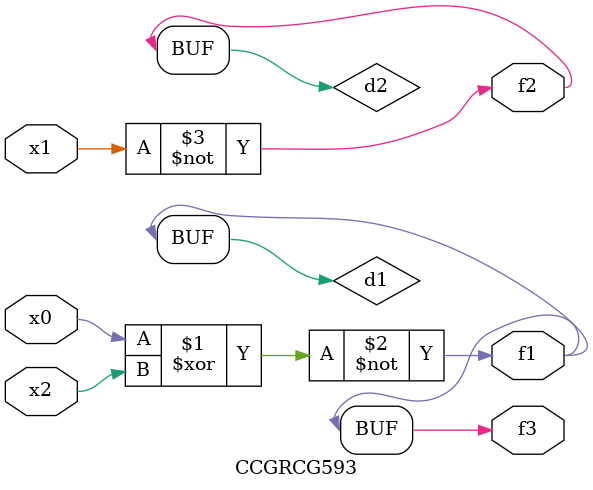
<source format=v>
module CCGRCG593(
	input x0, x1, x2,
	output f1, f2, f3
);

	wire d1, d2, d3;

	xnor (d1, x0, x2);
	nand (d2, x1);
	nor (d3, x1, x2);
	assign f1 = d1;
	assign f2 = d2;
	assign f3 = d1;
endmodule

</source>
